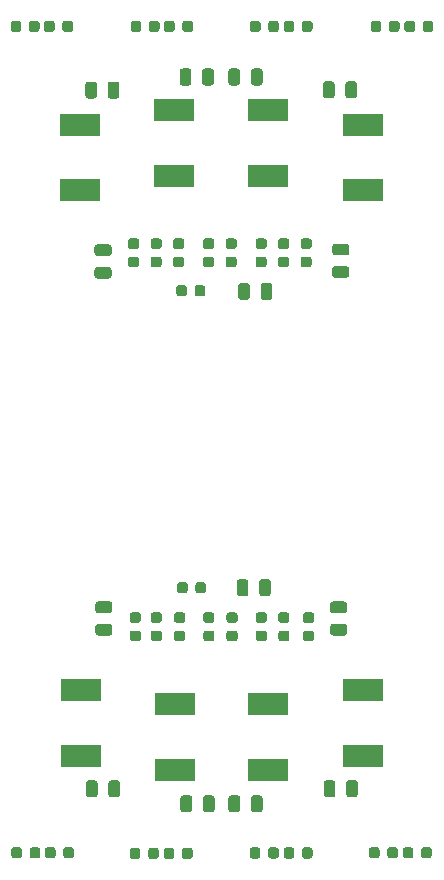
<source format=gbr>
%TF.GenerationSoftware,KiCad,Pcbnew,(5.1.9)-1*%
%TF.CreationDate,2021-06-18T12:17:44+07:00*%
%TF.ProjectId,TAS6424,54415336-3432-4342-9e6b-696361645f70,2*%
%TF.SameCoordinates,Original*%
%TF.FileFunction,Paste,Bot*%
%TF.FilePolarity,Positive*%
%FSLAX46Y46*%
G04 Gerber Fmt 4.6, Leading zero omitted, Abs format (unit mm)*
G04 Created by KiCad (PCBNEW (5.1.9)-1) date 2021-06-18 12:17:44*
%MOMM*%
%LPD*%
G01*
G04 APERTURE LIST*
%ADD10R,3.400001X1.850000*%
G04 APERTURE END LIST*
%TO.C,C45*%
G36*
G01*
X105780500Y-65311000D02*
X105780500Y-66261000D01*
G75*
G02*
X105530500Y-66511000I-250000J0D01*
G01*
X105030500Y-66511000D01*
G75*
G02*
X104780500Y-66261000I0J250000D01*
G01*
X104780500Y-65311000D01*
G75*
G02*
X105030500Y-65061000I250000J0D01*
G01*
X105530500Y-65061000D01*
G75*
G02*
X105780500Y-65311000I0J-250000D01*
G01*
G37*
G36*
G01*
X103880500Y-65311000D02*
X103880500Y-66261000D01*
G75*
G02*
X103630500Y-66511000I-250000J0D01*
G01*
X103130500Y-66511000D01*
G75*
G02*
X102880500Y-66261000I0J250000D01*
G01*
X102880500Y-65311000D01*
G75*
G02*
X103130500Y-65061000I250000J0D01*
G01*
X103630500Y-65061000D01*
G75*
G02*
X103880500Y-65311000I0J-250000D01*
G01*
G37*
%TD*%
%TO.C,C23*%
G36*
G01*
X95104700Y-81895400D02*
X94604700Y-81895400D01*
G75*
G02*
X94379700Y-81670400I0J225000D01*
G01*
X94379700Y-81220400D01*
G75*
G02*
X94604700Y-80995400I225000J0D01*
G01*
X95104700Y-80995400D01*
G75*
G02*
X95329700Y-81220400I0J-225000D01*
G01*
X95329700Y-81670400D01*
G75*
G02*
X95104700Y-81895400I-225000J0D01*
G01*
G37*
G36*
G01*
X95104700Y-80345400D02*
X94604700Y-80345400D01*
G75*
G02*
X94379700Y-80120400I0J225000D01*
G01*
X94379700Y-79670400D01*
G75*
G02*
X94604700Y-79445400I225000J0D01*
G01*
X95104700Y-79445400D01*
G75*
G02*
X95329700Y-79670400I0J-225000D01*
G01*
X95329700Y-80120400D01*
G75*
G02*
X95104700Y-80345400I-225000J0D01*
G01*
G37*
%TD*%
%TO.C,C24*%
G36*
G01*
X96509700Y-79445400D02*
X97009700Y-79445400D01*
G75*
G02*
X97234700Y-79670400I0J-225000D01*
G01*
X97234700Y-80120400D01*
G75*
G02*
X97009700Y-80345400I-225000J0D01*
G01*
X96509700Y-80345400D01*
G75*
G02*
X96284700Y-80120400I0J225000D01*
G01*
X96284700Y-79670400D01*
G75*
G02*
X96509700Y-79445400I225000J0D01*
G01*
G37*
G36*
G01*
X96509700Y-80995400D02*
X97009700Y-80995400D01*
G75*
G02*
X97234700Y-81220400I0J-225000D01*
G01*
X97234700Y-81670400D01*
G75*
G02*
X97009700Y-81895400I-225000J0D01*
G01*
X96509700Y-81895400D01*
G75*
G02*
X96284700Y-81670400I0J225000D01*
G01*
X96284700Y-81220400D01*
G75*
G02*
X96509700Y-80995400I225000J0D01*
G01*
G37*
%TD*%
%TO.C,C25*%
G36*
G01*
X98914700Y-81895400D02*
X98414700Y-81895400D01*
G75*
G02*
X98189700Y-81670400I0J225000D01*
G01*
X98189700Y-81220400D01*
G75*
G02*
X98414700Y-80995400I225000J0D01*
G01*
X98914700Y-80995400D01*
G75*
G02*
X99139700Y-81220400I0J-225000D01*
G01*
X99139700Y-81670400D01*
G75*
G02*
X98914700Y-81895400I-225000J0D01*
G01*
G37*
G36*
G01*
X98914700Y-80345400D02*
X98414700Y-80345400D01*
G75*
G02*
X98189700Y-80120400I0J225000D01*
G01*
X98189700Y-79670400D01*
G75*
G02*
X98414700Y-79445400I225000J0D01*
G01*
X98914700Y-79445400D01*
G75*
G02*
X99139700Y-79670400I0J-225000D01*
G01*
X99139700Y-80120400D01*
G75*
G02*
X98914700Y-80345400I-225000J0D01*
G01*
G37*
%TD*%
%TO.C,C26*%
G36*
G01*
X100954700Y-79445400D02*
X101454700Y-79445400D01*
G75*
G02*
X101679700Y-79670400I0J-225000D01*
G01*
X101679700Y-80120400D01*
G75*
G02*
X101454700Y-80345400I-225000J0D01*
G01*
X100954700Y-80345400D01*
G75*
G02*
X100729700Y-80120400I0J225000D01*
G01*
X100729700Y-79670400D01*
G75*
G02*
X100954700Y-79445400I225000J0D01*
G01*
G37*
G36*
G01*
X100954700Y-80995400D02*
X101454700Y-80995400D01*
G75*
G02*
X101679700Y-81220400I0J-225000D01*
G01*
X101679700Y-81670400D01*
G75*
G02*
X101454700Y-81895400I-225000J0D01*
G01*
X100954700Y-81895400D01*
G75*
G02*
X100729700Y-81670400I0J225000D01*
G01*
X100729700Y-81220400D01*
G75*
G02*
X100954700Y-80995400I225000J0D01*
G01*
G37*
%TD*%
%TO.C,C27*%
G36*
G01*
X103359700Y-81895400D02*
X102859700Y-81895400D01*
G75*
G02*
X102634700Y-81670400I0J225000D01*
G01*
X102634700Y-81220400D01*
G75*
G02*
X102859700Y-80995400I225000J0D01*
G01*
X103359700Y-80995400D01*
G75*
G02*
X103584700Y-81220400I0J-225000D01*
G01*
X103584700Y-81670400D01*
G75*
G02*
X103359700Y-81895400I-225000J0D01*
G01*
G37*
G36*
G01*
X103359700Y-80345400D02*
X102859700Y-80345400D01*
G75*
G02*
X102634700Y-80120400I0J225000D01*
G01*
X102634700Y-79670400D01*
G75*
G02*
X102859700Y-79445400I225000J0D01*
G01*
X103359700Y-79445400D01*
G75*
G02*
X103584700Y-79670400I0J-225000D01*
G01*
X103584700Y-80120400D01*
G75*
G02*
X103359700Y-80345400I-225000J0D01*
G01*
G37*
%TD*%
%TO.C,C28*%
G36*
G01*
X105399700Y-79445400D02*
X105899700Y-79445400D01*
G75*
G02*
X106124700Y-79670400I0J-225000D01*
G01*
X106124700Y-80120400D01*
G75*
G02*
X105899700Y-80345400I-225000J0D01*
G01*
X105399700Y-80345400D01*
G75*
G02*
X105174700Y-80120400I0J225000D01*
G01*
X105174700Y-79670400D01*
G75*
G02*
X105399700Y-79445400I225000J0D01*
G01*
G37*
G36*
G01*
X105399700Y-80995400D02*
X105899700Y-80995400D01*
G75*
G02*
X106124700Y-81220400I0J-225000D01*
G01*
X106124700Y-81670400D01*
G75*
G02*
X105899700Y-81895400I-225000J0D01*
G01*
X105399700Y-81895400D01*
G75*
G02*
X105174700Y-81670400I0J225000D01*
G01*
X105174700Y-81220400D01*
G75*
G02*
X105399700Y-80995400I225000J0D01*
G01*
G37*
%TD*%
%TO.C,C29*%
G36*
G01*
X107804700Y-81895400D02*
X107304700Y-81895400D01*
G75*
G02*
X107079700Y-81670400I0J225000D01*
G01*
X107079700Y-81220400D01*
G75*
G02*
X107304700Y-80995400I225000J0D01*
G01*
X107804700Y-80995400D01*
G75*
G02*
X108029700Y-81220400I0J-225000D01*
G01*
X108029700Y-81670400D01*
G75*
G02*
X107804700Y-81895400I-225000J0D01*
G01*
G37*
G36*
G01*
X107804700Y-80345400D02*
X107304700Y-80345400D01*
G75*
G02*
X107079700Y-80120400I0J225000D01*
G01*
X107079700Y-79670400D01*
G75*
G02*
X107304700Y-79445400I225000J0D01*
G01*
X107804700Y-79445400D01*
G75*
G02*
X108029700Y-79670400I0J-225000D01*
G01*
X108029700Y-80120400D01*
G75*
G02*
X107804700Y-80345400I-225000J0D01*
G01*
G37*
%TD*%
%TO.C,C30*%
G36*
G01*
X109209700Y-79445400D02*
X109709700Y-79445400D01*
G75*
G02*
X109934700Y-79670400I0J-225000D01*
G01*
X109934700Y-80120400D01*
G75*
G02*
X109709700Y-80345400I-225000J0D01*
G01*
X109209700Y-80345400D01*
G75*
G02*
X108984700Y-80120400I0J225000D01*
G01*
X108984700Y-79670400D01*
G75*
G02*
X109209700Y-79445400I225000J0D01*
G01*
G37*
G36*
G01*
X109209700Y-80995400D02*
X109709700Y-80995400D01*
G75*
G02*
X109934700Y-81220400I0J-225000D01*
G01*
X109934700Y-81670400D01*
G75*
G02*
X109709700Y-81895400I-225000J0D01*
G01*
X109209700Y-81895400D01*
G75*
G02*
X108984700Y-81670400I0J225000D01*
G01*
X108984700Y-81220400D01*
G75*
G02*
X109209700Y-80995400I225000J0D01*
G01*
G37*
%TD*%
%TO.C,C33*%
G36*
G01*
X100920000Y-83633500D02*
X100920000Y-84133500D01*
G75*
G02*
X100695000Y-84358500I-225000J0D01*
G01*
X100245000Y-84358500D01*
G75*
G02*
X100020000Y-84133500I0J225000D01*
G01*
X100020000Y-83633500D01*
G75*
G02*
X100245000Y-83408500I225000J0D01*
G01*
X100695000Y-83408500D01*
G75*
G02*
X100920000Y-83633500I0J-225000D01*
G01*
G37*
G36*
G01*
X99370000Y-83633500D02*
X99370000Y-84133500D01*
G75*
G02*
X99145000Y-84358500I-225000J0D01*
G01*
X98695000Y-84358500D01*
G75*
G02*
X98470000Y-84133500I0J225000D01*
G01*
X98470000Y-83633500D01*
G75*
G02*
X98695000Y-83408500I225000J0D01*
G01*
X99145000Y-83408500D01*
G75*
G02*
X99370000Y-83633500I0J-225000D01*
G01*
G37*
%TD*%
%TO.C,C36*%
G36*
G01*
X91790500Y-79957000D02*
X92740500Y-79957000D01*
G75*
G02*
X92990500Y-80207000I0J-250000D01*
G01*
X92990500Y-80707000D01*
G75*
G02*
X92740500Y-80957000I-250000J0D01*
G01*
X91790500Y-80957000D01*
G75*
G02*
X91540500Y-80707000I0J250000D01*
G01*
X91540500Y-80207000D01*
G75*
G02*
X91790500Y-79957000I250000J0D01*
G01*
G37*
G36*
G01*
X91790500Y-81857000D02*
X92740500Y-81857000D01*
G75*
G02*
X92990500Y-82107000I0J-250000D01*
G01*
X92990500Y-82607000D01*
G75*
G02*
X92740500Y-82857000I-250000J0D01*
G01*
X91790500Y-82857000D01*
G75*
G02*
X91540500Y-82607000I0J250000D01*
G01*
X91540500Y-82107000D01*
G75*
G02*
X91790500Y-81857000I250000J0D01*
G01*
G37*
%TD*%
%TO.C,C37*%
G36*
G01*
X103706000Y-84422000D02*
X103706000Y-83472000D01*
G75*
G02*
X103956000Y-83222000I250000J0D01*
G01*
X104456000Y-83222000D01*
G75*
G02*
X104706000Y-83472000I0J-250000D01*
G01*
X104706000Y-84422000D01*
G75*
G02*
X104456000Y-84672000I-250000J0D01*
G01*
X103956000Y-84672000D01*
G75*
G02*
X103706000Y-84422000I0J250000D01*
G01*
G37*
G36*
G01*
X105606000Y-84422000D02*
X105606000Y-83472000D01*
G75*
G02*
X105856000Y-83222000I250000J0D01*
G01*
X106356000Y-83222000D01*
G75*
G02*
X106606000Y-83472000I0J-250000D01*
G01*
X106606000Y-84422000D01*
G75*
G02*
X106356000Y-84672000I-250000J0D01*
G01*
X105856000Y-84672000D01*
G75*
G02*
X105606000Y-84422000I0J250000D01*
G01*
G37*
%TD*%
%TO.C,C38*%
G36*
G01*
X111920000Y-79893500D02*
X112870000Y-79893500D01*
G75*
G02*
X113120000Y-80143500I0J-250000D01*
G01*
X113120000Y-80643500D01*
G75*
G02*
X112870000Y-80893500I-250000J0D01*
G01*
X111920000Y-80893500D01*
G75*
G02*
X111670000Y-80643500I0J250000D01*
G01*
X111670000Y-80143500D01*
G75*
G02*
X111920000Y-79893500I250000J0D01*
G01*
G37*
G36*
G01*
X111920000Y-81793500D02*
X112870000Y-81793500D01*
G75*
G02*
X113120000Y-82043500I0J-250000D01*
G01*
X113120000Y-82543500D01*
G75*
G02*
X112870000Y-82793500I-250000J0D01*
G01*
X111920000Y-82793500D01*
G75*
G02*
X111670000Y-82543500I0J250000D01*
G01*
X111670000Y-82043500D01*
G75*
G02*
X111920000Y-81793500I250000J0D01*
G01*
G37*
%TD*%
%TO.C,C39*%
G36*
G01*
X90752000Y-67365900D02*
X90752000Y-66415900D01*
G75*
G02*
X91002000Y-66165900I250000J0D01*
G01*
X91502000Y-66165900D01*
G75*
G02*
X91752000Y-66415900I0J-250000D01*
G01*
X91752000Y-67365900D01*
G75*
G02*
X91502000Y-67615900I-250000J0D01*
G01*
X91002000Y-67615900D01*
G75*
G02*
X90752000Y-67365900I0J250000D01*
G01*
G37*
G36*
G01*
X92652000Y-67365900D02*
X92652000Y-66415900D01*
G75*
G02*
X92902000Y-66165900I250000J0D01*
G01*
X93402000Y-66165900D01*
G75*
G02*
X93652000Y-66415900I0J-250000D01*
G01*
X93652000Y-67365900D01*
G75*
G02*
X93402000Y-67615900I-250000J0D01*
G01*
X92902000Y-67615900D01*
G75*
G02*
X92652000Y-67365900I0J250000D01*
G01*
G37*
%TD*%
%TO.C,C40*%
G36*
G01*
X101653000Y-65311000D02*
X101653000Y-66261000D01*
G75*
G02*
X101403000Y-66511000I-250000J0D01*
G01*
X100903000Y-66511000D01*
G75*
G02*
X100653000Y-66261000I0J250000D01*
G01*
X100653000Y-65311000D01*
G75*
G02*
X100903000Y-65061000I250000J0D01*
G01*
X101403000Y-65061000D01*
G75*
G02*
X101653000Y-65311000I0J-250000D01*
G01*
G37*
G36*
G01*
X99753000Y-65311000D02*
X99753000Y-66261000D01*
G75*
G02*
X99503000Y-66511000I-250000J0D01*
G01*
X99003000Y-66511000D01*
G75*
G02*
X98753000Y-66261000I0J250000D01*
G01*
X98753000Y-65311000D01*
G75*
G02*
X99003000Y-65061000I250000J0D01*
G01*
X99503000Y-65061000D01*
G75*
G02*
X99753000Y-65311000I0J-250000D01*
G01*
G37*
%TD*%
%TO.C,C46*%
G36*
G01*
X110881500Y-67340500D02*
X110881500Y-66390500D01*
G75*
G02*
X111131500Y-66140500I250000J0D01*
G01*
X111631500Y-66140500D01*
G75*
G02*
X111881500Y-66390500I0J-250000D01*
G01*
X111881500Y-67340500D01*
G75*
G02*
X111631500Y-67590500I-250000J0D01*
G01*
X111131500Y-67590500D01*
G75*
G02*
X110881500Y-67340500I0J250000D01*
G01*
G37*
G36*
G01*
X112781500Y-67340500D02*
X112781500Y-66390500D01*
G75*
G02*
X113031500Y-66140500I250000J0D01*
G01*
X113531500Y-66140500D01*
G75*
G02*
X113781500Y-66390500I0J-250000D01*
G01*
X113781500Y-67340500D01*
G75*
G02*
X113531500Y-67590500I-250000J0D01*
G01*
X113031500Y-67590500D01*
G75*
G02*
X112781500Y-67340500I0J250000D01*
G01*
G37*
%TD*%
%TO.C,C47*%
G36*
G01*
X84436500Y-61756100D02*
X84436500Y-61256100D01*
G75*
G02*
X84661500Y-61031100I225000J0D01*
G01*
X85111500Y-61031100D01*
G75*
G02*
X85336500Y-61256100I0J-225000D01*
G01*
X85336500Y-61756100D01*
G75*
G02*
X85111500Y-61981100I-225000J0D01*
G01*
X84661500Y-61981100D01*
G75*
G02*
X84436500Y-61756100I0J225000D01*
G01*
G37*
G36*
G01*
X85986500Y-61756100D02*
X85986500Y-61256100D01*
G75*
G02*
X86211500Y-61031100I225000J0D01*
G01*
X86661500Y-61031100D01*
G75*
G02*
X86886500Y-61256100I0J-225000D01*
G01*
X86886500Y-61756100D01*
G75*
G02*
X86661500Y-61981100I-225000J0D01*
G01*
X86211500Y-61981100D01*
G75*
G02*
X85986500Y-61756100I0J225000D01*
G01*
G37*
%TD*%
%TO.C,C48*%
G36*
G01*
X87268600Y-61756100D02*
X87268600Y-61256100D01*
G75*
G02*
X87493600Y-61031100I225000J0D01*
G01*
X87943600Y-61031100D01*
G75*
G02*
X88168600Y-61256100I0J-225000D01*
G01*
X88168600Y-61756100D01*
G75*
G02*
X87943600Y-61981100I-225000J0D01*
G01*
X87493600Y-61981100D01*
G75*
G02*
X87268600Y-61756100I0J225000D01*
G01*
G37*
G36*
G01*
X88818600Y-61756100D02*
X88818600Y-61256100D01*
G75*
G02*
X89043600Y-61031100I225000J0D01*
G01*
X89493600Y-61031100D01*
G75*
G02*
X89718600Y-61256100I0J-225000D01*
G01*
X89718600Y-61756100D01*
G75*
G02*
X89493600Y-61981100I-225000J0D01*
G01*
X89043600Y-61981100D01*
G75*
G02*
X88818600Y-61756100I0J225000D01*
G01*
G37*
%TD*%
%TO.C,C49*%
G36*
G01*
X94596500Y-61756100D02*
X94596500Y-61256100D01*
G75*
G02*
X94821500Y-61031100I225000J0D01*
G01*
X95271500Y-61031100D01*
G75*
G02*
X95496500Y-61256100I0J-225000D01*
G01*
X95496500Y-61756100D01*
G75*
G02*
X95271500Y-61981100I-225000J0D01*
G01*
X94821500Y-61981100D01*
G75*
G02*
X94596500Y-61756100I0J225000D01*
G01*
G37*
G36*
G01*
X96146500Y-61756100D02*
X96146500Y-61256100D01*
G75*
G02*
X96371500Y-61031100I225000J0D01*
G01*
X96821500Y-61031100D01*
G75*
G02*
X97046500Y-61256100I0J-225000D01*
G01*
X97046500Y-61756100D01*
G75*
G02*
X96821500Y-61981100I-225000J0D01*
G01*
X96371500Y-61981100D01*
G75*
G02*
X96146500Y-61756100I0J225000D01*
G01*
G37*
%TD*%
%TO.C,C50*%
G36*
G01*
X97428600Y-61756100D02*
X97428600Y-61256100D01*
G75*
G02*
X97653600Y-61031100I225000J0D01*
G01*
X98103600Y-61031100D01*
G75*
G02*
X98328600Y-61256100I0J-225000D01*
G01*
X98328600Y-61756100D01*
G75*
G02*
X98103600Y-61981100I-225000J0D01*
G01*
X97653600Y-61981100D01*
G75*
G02*
X97428600Y-61756100I0J225000D01*
G01*
G37*
G36*
G01*
X98978600Y-61756100D02*
X98978600Y-61256100D01*
G75*
G02*
X99203600Y-61031100I225000J0D01*
G01*
X99653600Y-61031100D01*
G75*
G02*
X99878600Y-61256100I0J-225000D01*
G01*
X99878600Y-61756100D01*
G75*
G02*
X99653600Y-61981100I-225000J0D01*
G01*
X99203600Y-61981100D01*
G75*
G02*
X98978600Y-61756100I0J225000D01*
G01*
G37*
%TD*%
%TO.C,C51*%
G36*
G01*
X104704100Y-61756100D02*
X104704100Y-61256100D01*
G75*
G02*
X104929100Y-61031100I225000J0D01*
G01*
X105379100Y-61031100D01*
G75*
G02*
X105604100Y-61256100I0J-225000D01*
G01*
X105604100Y-61756100D01*
G75*
G02*
X105379100Y-61981100I-225000J0D01*
G01*
X104929100Y-61981100D01*
G75*
G02*
X104704100Y-61756100I0J225000D01*
G01*
G37*
G36*
G01*
X106254100Y-61756100D02*
X106254100Y-61256100D01*
G75*
G02*
X106479100Y-61031100I225000J0D01*
G01*
X106929100Y-61031100D01*
G75*
G02*
X107154100Y-61256100I0J-225000D01*
G01*
X107154100Y-61756100D01*
G75*
G02*
X106929100Y-61981100I-225000J0D01*
G01*
X106479100Y-61981100D01*
G75*
G02*
X106254100Y-61756100I0J225000D01*
G01*
G37*
%TD*%
%TO.C,C52*%
G36*
G01*
X107550500Y-61756100D02*
X107550500Y-61256100D01*
G75*
G02*
X107775500Y-61031100I225000J0D01*
G01*
X108225500Y-61031100D01*
G75*
G02*
X108450500Y-61256100I0J-225000D01*
G01*
X108450500Y-61756100D01*
G75*
G02*
X108225500Y-61981100I-225000J0D01*
G01*
X107775500Y-61981100D01*
G75*
G02*
X107550500Y-61756100I0J225000D01*
G01*
G37*
G36*
G01*
X109100500Y-61756100D02*
X109100500Y-61256100D01*
G75*
G02*
X109325500Y-61031100I225000J0D01*
G01*
X109775500Y-61031100D01*
G75*
G02*
X110000500Y-61256100I0J-225000D01*
G01*
X110000500Y-61756100D01*
G75*
G02*
X109775500Y-61981100I-225000J0D01*
G01*
X109325500Y-61981100D01*
G75*
G02*
X109100500Y-61756100I0J225000D01*
G01*
G37*
%TD*%
%TO.C,C53*%
G36*
G01*
X114916500Y-61756100D02*
X114916500Y-61256100D01*
G75*
G02*
X115141500Y-61031100I225000J0D01*
G01*
X115591500Y-61031100D01*
G75*
G02*
X115816500Y-61256100I0J-225000D01*
G01*
X115816500Y-61756100D01*
G75*
G02*
X115591500Y-61981100I-225000J0D01*
G01*
X115141500Y-61981100D01*
G75*
G02*
X114916500Y-61756100I0J225000D01*
G01*
G37*
G36*
G01*
X116466500Y-61756100D02*
X116466500Y-61256100D01*
G75*
G02*
X116691500Y-61031100I225000J0D01*
G01*
X117141500Y-61031100D01*
G75*
G02*
X117366500Y-61256100I0J-225000D01*
G01*
X117366500Y-61756100D01*
G75*
G02*
X117141500Y-61981100I-225000J0D01*
G01*
X116691500Y-61981100D01*
G75*
G02*
X116466500Y-61756100I0J225000D01*
G01*
G37*
%TD*%
%TO.C,C54*%
G36*
G01*
X117785100Y-61756100D02*
X117785100Y-61256100D01*
G75*
G02*
X118010100Y-61031100I225000J0D01*
G01*
X118460100Y-61031100D01*
G75*
G02*
X118685100Y-61256100I0J-225000D01*
G01*
X118685100Y-61756100D01*
G75*
G02*
X118460100Y-61981100I-225000J0D01*
G01*
X118010100Y-61981100D01*
G75*
G02*
X117785100Y-61756100I0J225000D01*
G01*
G37*
G36*
G01*
X119335100Y-61756100D02*
X119335100Y-61256100D01*
G75*
G02*
X119560100Y-61031100I225000J0D01*
G01*
X120010100Y-61031100D01*
G75*
G02*
X120235100Y-61256100I0J-225000D01*
G01*
X120235100Y-61756100D01*
G75*
G02*
X120010100Y-61981100I-225000J0D01*
G01*
X119560100Y-61981100D01*
G75*
G02*
X119335100Y-61756100I0J225000D01*
G01*
G37*
%TD*%
%TO.C,C65*%
G36*
G01*
X109412900Y-111106500D02*
X109912900Y-111106500D01*
G75*
G02*
X110137900Y-111331500I0J-225000D01*
G01*
X110137900Y-111781500D01*
G75*
G02*
X109912900Y-112006500I-225000J0D01*
G01*
X109412900Y-112006500D01*
G75*
G02*
X109187900Y-111781500I0J225000D01*
G01*
X109187900Y-111331500D01*
G75*
G02*
X109412900Y-111106500I225000J0D01*
G01*
G37*
G36*
G01*
X109412900Y-112656500D02*
X109912900Y-112656500D01*
G75*
G02*
X110137900Y-112881500I0J-225000D01*
G01*
X110137900Y-113331500D01*
G75*
G02*
X109912900Y-113556500I-225000J0D01*
G01*
X109412900Y-113556500D01*
G75*
G02*
X109187900Y-113331500I0J225000D01*
G01*
X109187900Y-112881500D01*
G75*
G02*
X109412900Y-112656500I225000J0D01*
G01*
G37*
%TD*%
%TO.C,C66*%
G36*
G01*
X107819000Y-113556500D02*
X107319000Y-113556500D01*
G75*
G02*
X107094000Y-113331500I0J225000D01*
G01*
X107094000Y-112881500D01*
G75*
G02*
X107319000Y-112656500I225000J0D01*
G01*
X107819000Y-112656500D01*
G75*
G02*
X108044000Y-112881500I0J-225000D01*
G01*
X108044000Y-113331500D01*
G75*
G02*
X107819000Y-113556500I-225000J0D01*
G01*
G37*
G36*
G01*
X107819000Y-112006500D02*
X107319000Y-112006500D01*
G75*
G02*
X107094000Y-111781500I0J225000D01*
G01*
X107094000Y-111331500D01*
G75*
G02*
X107319000Y-111106500I225000J0D01*
G01*
X107819000Y-111106500D01*
G75*
G02*
X108044000Y-111331500I0J-225000D01*
G01*
X108044000Y-111781500D01*
G75*
G02*
X107819000Y-112006500I-225000J0D01*
G01*
G37*
%TD*%
%TO.C,C67*%
G36*
G01*
X105414000Y-111106500D02*
X105914000Y-111106500D01*
G75*
G02*
X106139000Y-111331500I0J-225000D01*
G01*
X106139000Y-111781500D01*
G75*
G02*
X105914000Y-112006500I-225000J0D01*
G01*
X105414000Y-112006500D01*
G75*
G02*
X105189000Y-111781500I0J225000D01*
G01*
X105189000Y-111331500D01*
G75*
G02*
X105414000Y-111106500I225000J0D01*
G01*
G37*
G36*
G01*
X105414000Y-112656500D02*
X105914000Y-112656500D01*
G75*
G02*
X106139000Y-112881500I0J-225000D01*
G01*
X106139000Y-113331500D01*
G75*
G02*
X105914000Y-113556500I-225000J0D01*
G01*
X105414000Y-113556500D01*
G75*
G02*
X105189000Y-113331500I0J225000D01*
G01*
X105189000Y-112881500D01*
G75*
G02*
X105414000Y-112656500I225000J0D01*
G01*
G37*
%TD*%
%TO.C,C68*%
G36*
G01*
X103437500Y-113556500D02*
X102937500Y-113556500D01*
G75*
G02*
X102712500Y-113331500I0J225000D01*
G01*
X102712500Y-112881500D01*
G75*
G02*
X102937500Y-112656500I225000J0D01*
G01*
X103437500Y-112656500D01*
G75*
G02*
X103662500Y-112881500I0J-225000D01*
G01*
X103662500Y-113331500D01*
G75*
G02*
X103437500Y-113556500I-225000J0D01*
G01*
G37*
G36*
G01*
X103437500Y-112006500D02*
X102937500Y-112006500D01*
G75*
G02*
X102712500Y-111781500I0J225000D01*
G01*
X102712500Y-111331500D01*
G75*
G02*
X102937500Y-111106500I225000J0D01*
G01*
X103437500Y-111106500D01*
G75*
G02*
X103662500Y-111331500I0J-225000D01*
G01*
X103662500Y-111781500D01*
G75*
G02*
X103437500Y-112006500I-225000J0D01*
G01*
G37*
%TD*%
%TO.C,C69*%
G36*
G01*
X100969000Y-111106500D02*
X101469000Y-111106500D01*
G75*
G02*
X101694000Y-111331500I0J-225000D01*
G01*
X101694000Y-111781500D01*
G75*
G02*
X101469000Y-112006500I-225000J0D01*
G01*
X100969000Y-112006500D01*
G75*
G02*
X100744000Y-111781500I0J225000D01*
G01*
X100744000Y-111331500D01*
G75*
G02*
X100969000Y-111106500I225000J0D01*
G01*
G37*
G36*
G01*
X100969000Y-112656500D02*
X101469000Y-112656500D01*
G75*
G02*
X101694000Y-112881500I0J-225000D01*
G01*
X101694000Y-113331500D01*
G75*
G02*
X101469000Y-113556500I-225000J0D01*
G01*
X100969000Y-113556500D01*
G75*
G02*
X100744000Y-113331500I0J225000D01*
G01*
X100744000Y-112881500D01*
G75*
G02*
X100969000Y-112656500I225000J0D01*
G01*
G37*
%TD*%
%TO.C,C70*%
G36*
G01*
X98992500Y-113556500D02*
X98492500Y-113556500D01*
G75*
G02*
X98267500Y-113331500I0J225000D01*
G01*
X98267500Y-112881500D01*
G75*
G02*
X98492500Y-112656500I225000J0D01*
G01*
X98992500Y-112656500D01*
G75*
G02*
X99217500Y-112881500I0J-225000D01*
G01*
X99217500Y-113331500D01*
G75*
G02*
X98992500Y-113556500I-225000J0D01*
G01*
G37*
G36*
G01*
X98992500Y-112006500D02*
X98492500Y-112006500D01*
G75*
G02*
X98267500Y-111781500I0J225000D01*
G01*
X98267500Y-111331500D01*
G75*
G02*
X98492500Y-111106500I225000J0D01*
G01*
X98992500Y-111106500D01*
G75*
G02*
X99217500Y-111331500I0J-225000D01*
G01*
X99217500Y-111781500D01*
G75*
G02*
X98992500Y-112006500I-225000J0D01*
G01*
G37*
%TD*%
%TO.C,C71*%
G36*
G01*
X96524000Y-111106500D02*
X97024000Y-111106500D01*
G75*
G02*
X97249000Y-111331500I0J-225000D01*
G01*
X97249000Y-111781500D01*
G75*
G02*
X97024000Y-112006500I-225000J0D01*
G01*
X96524000Y-112006500D01*
G75*
G02*
X96299000Y-111781500I0J225000D01*
G01*
X96299000Y-111331500D01*
G75*
G02*
X96524000Y-111106500I225000J0D01*
G01*
G37*
G36*
G01*
X96524000Y-112656500D02*
X97024000Y-112656500D01*
G75*
G02*
X97249000Y-112881500I0J-225000D01*
G01*
X97249000Y-113331500D01*
G75*
G02*
X97024000Y-113556500I-225000J0D01*
G01*
X96524000Y-113556500D01*
G75*
G02*
X96299000Y-113331500I0J225000D01*
G01*
X96299000Y-112881500D01*
G75*
G02*
X96524000Y-112656500I225000J0D01*
G01*
G37*
%TD*%
%TO.C,C72*%
G36*
G01*
X95246000Y-113556500D02*
X94746000Y-113556500D01*
G75*
G02*
X94521000Y-113331500I0J225000D01*
G01*
X94521000Y-112881500D01*
G75*
G02*
X94746000Y-112656500I225000J0D01*
G01*
X95246000Y-112656500D01*
G75*
G02*
X95471000Y-112881500I0J-225000D01*
G01*
X95471000Y-113331500D01*
G75*
G02*
X95246000Y-113556500I-225000J0D01*
G01*
G37*
G36*
G01*
X95246000Y-112006500D02*
X94746000Y-112006500D01*
G75*
G02*
X94521000Y-111781500I0J225000D01*
G01*
X94521000Y-111331500D01*
G75*
G02*
X94746000Y-111106500I225000J0D01*
G01*
X95246000Y-111106500D01*
G75*
G02*
X95471000Y-111331500I0J-225000D01*
G01*
X95471000Y-111781500D01*
G75*
G02*
X95246000Y-112006500I-225000J0D01*
G01*
G37*
%TD*%
%TO.C,C74*%
G36*
G01*
X100983500Y-108779500D02*
X100983500Y-109279500D01*
G75*
G02*
X100758500Y-109504500I-225000J0D01*
G01*
X100308500Y-109504500D01*
G75*
G02*
X100083500Y-109279500I0J225000D01*
G01*
X100083500Y-108779500D01*
G75*
G02*
X100308500Y-108554500I225000J0D01*
G01*
X100758500Y-108554500D01*
G75*
G02*
X100983500Y-108779500I0J-225000D01*
G01*
G37*
G36*
G01*
X99433500Y-108779500D02*
X99433500Y-109279500D01*
G75*
G02*
X99208500Y-109504500I-225000J0D01*
G01*
X98758500Y-109504500D01*
G75*
G02*
X98533500Y-109279500I0J225000D01*
G01*
X98533500Y-108779500D01*
G75*
G02*
X98758500Y-108554500I225000J0D01*
G01*
X99208500Y-108554500D01*
G75*
G02*
X99433500Y-108779500I0J-225000D01*
G01*
G37*
%TD*%
%TO.C,C76*%
G36*
G01*
X112679500Y-113083000D02*
X111729500Y-113083000D01*
G75*
G02*
X111479500Y-112833000I0J250000D01*
G01*
X111479500Y-112333000D01*
G75*
G02*
X111729500Y-112083000I250000J0D01*
G01*
X112679500Y-112083000D01*
G75*
G02*
X112929500Y-112333000I0J-250000D01*
G01*
X112929500Y-112833000D01*
G75*
G02*
X112679500Y-113083000I-250000J0D01*
G01*
G37*
G36*
G01*
X112679500Y-111183000D02*
X111729500Y-111183000D01*
G75*
G02*
X111479500Y-110933000I0J250000D01*
G01*
X111479500Y-110433000D01*
G75*
G02*
X111729500Y-110183000I250000J0D01*
G01*
X112679500Y-110183000D01*
G75*
G02*
X112929500Y-110433000I0J-250000D01*
G01*
X112929500Y-110933000D01*
G75*
G02*
X112679500Y-111183000I-250000J0D01*
G01*
G37*
%TD*%
%TO.C,C77*%
G36*
G01*
X103579000Y-109504500D02*
X103579000Y-108554500D01*
G75*
G02*
X103829000Y-108304500I250000J0D01*
G01*
X104329000Y-108304500D01*
G75*
G02*
X104579000Y-108554500I0J-250000D01*
G01*
X104579000Y-109504500D01*
G75*
G02*
X104329000Y-109754500I-250000J0D01*
G01*
X103829000Y-109754500D01*
G75*
G02*
X103579000Y-109504500I0J250000D01*
G01*
G37*
G36*
G01*
X105479000Y-109504500D02*
X105479000Y-108554500D01*
G75*
G02*
X105729000Y-108304500I250000J0D01*
G01*
X106229000Y-108304500D01*
G75*
G02*
X106479000Y-108554500I0J-250000D01*
G01*
X106479000Y-109504500D01*
G75*
G02*
X106229000Y-109754500I-250000J0D01*
G01*
X105729000Y-109754500D01*
G75*
G02*
X105479000Y-109504500I0J250000D01*
G01*
G37*
%TD*%
%TO.C,C78*%
G36*
G01*
X92804000Y-113083000D02*
X91854000Y-113083000D01*
G75*
G02*
X91604000Y-112833000I0J250000D01*
G01*
X91604000Y-112333000D01*
G75*
G02*
X91854000Y-112083000I250000J0D01*
G01*
X92804000Y-112083000D01*
G75*
G02*
X93054000Y-112333000I0J-250000D01*
G01*
X93054000Y-112833000D01*
G75*
G02*
X92804000Y-113083000I-250000J0D01*
G01*
G37*
G36*
G01*
X92804000Y-111183000D02*
X91854000Y-111183000D01*
G75*
G02*
X91604000Y-110933000I0J250000D01*
G01*
X91604000Y-110433000D01*
G75*
G02*
X91854000Y-110183000I250000J0D01*
G01*
X92804000Y-110183000D01*
G75*
G02*
X93054000Y-110433000I0J-250000D01*
G01*
X93054000Y-110933000D01*
G75*
G02*
X92804000Y-111183000I-250000J0D01*
G01*
G37*
%TD*%
%TO.C,C79*%
G36*
G01*
X113845000Y-125572500D02*
X113845000Y-126522500D01*
G75*
G02*
X113595000Y-126772500I-250000J0D01*
G01*
X113095000Y-126772500D01*
G75*
G02*
X112845000Y-126522500I0J250000D01*
G01*
X112845000Y-125572500D01*
G75*
G02*
X113095000Y-125322500I250000J0D01*
G01*
X113595000Y-125322500D01*
G75*
G02*
X113845000Y-125572500I0J-250000D01*
G01*
G37*
G36*
G01*
X111945000Y-125572500D02*
X111945000Y-126522500D01*
G75*
G02*
X111695000Y-126772500I-250000J0D01*
G01*
X111195000Y-126772500D01*
G75*
G02*
X110945000Y-126522500I0J250000D01*
G01*
X110945000Y-125572500D01*
G75*
G02*
X111195000Y-125322500I250000J0D01*
G01*
X111695000Y-125322500D01*
G75*
G02*
X111945000Y-125572500I0J-250000D01*
G01*
G37*
%TD*%
%TO.C,C80*%
G36*
G01*
X102880500Y-127792500D02*
X102880500Y-126842500D01*
G75*
G02*
X103130500Y-126592500I250000J0D01*
G01*
X103630500Y-126592500D01*
G75*
G02*
X103880500Y-126842500I0J-250000D01*
G01*
X103880500Y-127792500D01*
G75*
G02*
X103630500Y-128042500I-250000J0D01*
G01*
X103130500Y-128042500D01*
G75*
G02*
X102880500Y-127792500I0J250000D01*
G01*
G37*
G36*
G01*
X104780500Y-127792500D02*
X104780500Y-126842500D01*
G75*
G02*
X105030500Y-126592500I250000J0D01*
G01*
X105530500Y-126592500D01*
G75*
G02*
X105780500Y-126842500I0J-250000D01*
G01*
X105780500Y-127792500D01*
G75*
G02*
X105530500Y-128042500I-250000J0D01*
G01*
X105030500Y-128042500D01*
G75*
G02*
X104780500Y-127792500I0J250000D01*
G01*
G37*
%TD*%
%TO.C,C85*%
G36*
G01*
X98816500Y-127792500D02*
X98816500Y-126842500D01*
G75*
G02*
X99066500Y-126592500I250000J0D01*
G01*
X99566500Y-126592500D01*
G75*
G02*
X99816500Y-126842500I0J-250000D01*
G01*
X99816500Y-127792500D01*
G75*
G02*
X99566500Y-128042500I-250000J0D01*
G01*
X99066500Y-128042500D01*
G75*
G02*
X98816500Y-127792500I0J250000D01*
G01*
G37*
G36*
G01*
X100716500Y-127792500D02*
X100716500Y-126842500D01*
G75*
G02*
X100966500Y-126592500I250000J0D01*
G01*
X101466500Y-126592500D01*
G75*
G02*
X101716500Y-126842500I0J-250000D01*
G01*
X101716500Y-127792500D01*
G75*
G02*
X101466500Y-128042500I-250000J0D01*
G01*
X100966500Y-128042500D01*
G75*
G02*
X100716500Y-127792500I0J250000D01*
G01*
G37*
%TD*%
%TO.C,C86*%
G36*
G01*
X93715500Y-125572500D02*
X93715500Y-126522500D01*
G75*
G02*
X93465500Y-126772500I-250000J0D01*
G01*
X92965500Y-126772500D01*
G75*
G02*
X92715500Y-126522500I0J250000D01*
G01*
X92715500Y-125572500D01*
G75*
G02*
X92965500Y-125322500I250000J0D01*
G01*
X93465500Y-125322500D01*
G75*
G02*
X93715500Y-125572500I0J-250000D01*
G01*
G37*
G36*
G01*
X91815500Y-125572500D02*
X91815500Y-126522500D01*
G75*
G02*
X91565500Y-126772500I-250000J0D01*
G01*
X91065500Y-126772500D01*
G75*
G02*
X90815500Y-126522500I0J250000D01*
G01*
X90815500Y-125572500D01*
G75*
G02*
X91065500Y-125322500I250000J0D01*
G01*
X91565500Y-125322500D01*
G75*
G02*
X91815500Y-125572500I0J-250000D01*
G01*
G37*
%TD*%
%TO.C,C87*%
G36*
G01*
X120097000Y-131220400D02*
X120097000Y-131720400D01*
G75*
G02*
X119872000Y-131945400I-225000J0D01*
G01*
X119422000Y-131945400D01*
G75*
G02*
X119197000Y-131720400I0J225000D01*
G01*
X119197000Y-131220400D01*
G75*
G02*
X119422000Y-130995400I225000J0D01*
G01*
X119872000Y-130995400D01*
G75*
G02*
X120097000Y-131220400I0J-225000D01*
G01*
G37*
G36*
G01*
X118547000Y-131220400D02*
X118547000Y-131720400D01*
G75*
G02*
X118322000Y-131945400I-225000J0D01*
G01*
X117872000Y-131945400D01*
G75*
G02*
X117647000Y-131720400I0J225000D01*
G01*
X117647000Y-131220400D01*
G75*
G02*
X117872000Y-130995400I225000J0D01*
G01*
X118322000Y-130995400D01*
G75*
G02*
X118547000Y-131220400I0J-225000D01*
G01*
G37*
%TD*%
%TO.C,C88*%
G36*
G01*
X117225200Y-131220400D02*
X117225200Y-131720400D01*
G75*
G02*
X117000200Y-131945400I-225000J0D01*
G01*
X116550200Y-131945400D01*
G75*
G02*
X116325200Y-131720400I0J225000D01*
G01*
X116325200Y-131220400D01*
G75*
G02*
X116550200Y-130995400I225000J0D01*
G01*
X117000200Y-130995400D01*
G75*
G02*
X117225200Y-131220400I0J-225000D01*
G01*
G37*
G36*
G01*
X115675200Y-131220400D02*
X115675200Y-131720400D01*
G75*
G02*
X115450200Y-131945400I-225000J0D01*
G01*
X115000200Y-131945400D01*
G75*
G02*
X114775200Y-131720400I0J225000D01*
G01*
X114775200Y-131220400D01*
G75*
G02*
X115000200Y-130995400I225000J0D01*
G01*
X115450200Y-130995400D01*
G75*
G02*
X115675200Y-131220400I0J-225000D01*
G01*
G37*
%TD*%
%TO.C,C89*%
G36*
G01*
X110000500Y-131233100D02*
X110000500Y-131733100D01*
G75*
G02*
X109775500Y-131958100I-225000J0D01*
G01*
X109325500Y-131958100D01*
G75*
G02*
X109100500Y-131733100I0J225000D01*
G01*
X109100500Y-131233100D01*
G75*
G02*
X109325500Y-131008100I225000J0D01*
G01*
X109775500Y-131008100D01*
G75*
G02*
X110000500Y-131233100I0J-225000D01*
G01*
G37*
G36*
G01*
X108450500Y-131233100D02*
X108450500Y-131733100D01*
G75*
G02*
X108225500Y-131958100I-225000J0D01*
G01*
X107775500Y-131958100D01*
G75*
G02*
X107550500Y-131733100I0J225000D01*
G01*
X107550500Y-131233100D01*
G75*
G02*
X107775500Y-131008100I225000J0D01*
G01*
X108225500Y-131008100D01*
G75*
G02*
X108450500Y-131233100I0J-225000D01*
G01*
G37*
%TD*%
%TO.C,C90*%
G36*
G01*
X107143000Y-131233100D02*
X107143000Y-131733100D01*
G75*
G02*
X106918000Y-131958100I-225000J0D01*
G01*
X106468000Y-131958100D01*
G75*
G02*
X106243000Y-131733100I0J225000D01*
G01*
X106243000Y-131233100D01*
G75*
G02*
X106468000Y-131008100I225000J0D01*
G01*
X106918000Y-131008100D01*
G75*
G02*
X107143000Y-131233100I0J-225000D01*
G01*
G37*
G36*
G01*
X105593000Y-131233100D02*
X105593000Y-131733100D01*
G75*
G02*
X105368000Y-131958100I-225000J0D01*
G01*
X104918000Y-131958100D01*
G75*
G02*
X104693000Y-131733100I0J225000D01*
G01*
X104693000Y-131233100D01*
G75*
G02*
X104918000Y-131008100I225000J0D01*
G01*
X105368000Y-131008100D01*
G75*
G02*
X105593000Y-131233100I0J-225000D01*
G01*
G37*
%TD*%
%TO.C,C91*%
G36*
G01*
X99853200Y-131271200D02*
X99853200Y-131771200D01*
G75*
G02*
X99628200Y-131996200I-225000J0D01*
G01*
X99178200Y-131996200D01*
G75*
G02*
X98953200Y-131771200I0J225000D01*
G01*
X98953200Y-131271200D01*
G75*
G02*
X99178200Y-131046200I225000J0D01*
G01*
X99628200Y-131046200D01*
G75*
G02*
X99853200Y-131271200I0J-225000D01*
G01*
G37*
G36*
G01*
X98303200Y-131271200D02*
X98303200Y-131771200D01*
G75*
G02*
X98078200Y-131996200I-225000J0D01*
G01*
X97628200Y-131996200D01*
G75*
G02*
X97403200Y-131771200I0J225000D01*
G01*
X97403200Y-131271200D01*
G75*
G02*
X97628200Y-131046200I225000J0D01*
G01*
X98078200Y-131046200D01*
G75*
G02*
X98303200Y-131271200I0J-225000D01*
G01*
G37*
%TD*%
%TO.C,C92*%
G36*
G01*
X96983000Y-131271200D02*
X96983000Y-131771200D01*
G75*
G02*
X96758000Y-131996200I-225000J0D01*
G01*
X96308000Y-131996200D01*
G75*
G02*
X96083000Y-131771200I0J225000D01*
G01*
X96083000Y-131271200D01*
G75*
G02*
X96308000Y-131046200I225000J0D01*
G01*
X96758000Y-131046200D01*
G75*
G02*
X96983000Y-131271200I0J-225000D01*
G01*
G37*
G36*
G01*
X95433000Y-131271200D02*
X95433000Y-131771200D01*
G75*
G02*
X95208000Y-131996200I-225000J0D01*
G01*
X94758000Y-131996200D01*
G75*
G02*
X94533000Y-131771200I0J225000D01*
G01*
X94533000Y-131271200D01*
G75*
G02*
X94758000Y-131046200I225000J0D01*
G01*
X95208000Y-131046200D01*
G75*
G02*
X95433000Y-131271200I0J-225000D01*
G01*
G37*
%TD*%
%TO.C,C93*%
G36*
G01*
X89793200Y-131220400D02*
X89793200Y-131720400D01*
G75*
G02*
X89568200Y-131945400I-225000J0D01*
G01*
X89118200Y-131945400D01*
G75*
G02*
X88893200Y-131720400I0J225000D01*
G01*
X88893200Y-131220400D01*
G75*
G02*
X89118200Y-130995400I225000J0D01*
G01*
X89568200Y-130995400D01*
G75*
G02*
X89793200Y-131220400I0J-225000D01*
G01*
G37*
G36*
G01*
X88243200Y-131220400D02*
X88243200Y-131720400D01*
G75*
G02*
X88018200Y-131945400I-225000J0D01*
G01*
X87568200Y-131945400D01*
G75*
G02*
X87343200Y-131720400I0J225000D01*
G01*
X87343200Y-131220400D01*
G75*
G02*
X87568200Y-130995400I225000J0D01*
G01*
X88018200Y-130995400D01*
G75*
G02*
X88243200Y-131220400I0J-225000D01*
G01*
G37*
%TD*%
%TO.C,C94*%
G36*
G01*
X86950000Y-131220400D02*
X86950000Y-131720400D01*
G75*
G02*
X86725000Y-131945400I-225000J0D01*
G01*
X86275000Y-131945400D01*
G75*
G02*
X86050000Y-131720400I0J225000D01*
G01*
X86050000Y-131220400D01*
G75*
G02*
X86275000Y-130995400I225000J0D01*
G01*
X86725000Y-130995400D01*
G75*
G02*
X86950000Y-131220400I0J-225000D01*
G01*
G37*
G36*
G01*
X85400000Y-131220400D02*
X85400000Y-131720400D01*
G75*
G02*
X85175000Y-131945400I-225000J0D01*
G01*
X84725000Y-131945400D01*
G75*
G02*
X84500000Y-131720400I0J225000D01*
G01*
X84500000Y-131220400D01*
G75*
G02*
X84725000Y-130995400I225000J0D01*
G01*
X85175000Y-130995400D01*
G75*
G02*
X85400000Y-131220400I0J-225000D01*
G01*
G37*
%TD*%
D10*
%TO.C,L1*%
X90297000Y-69805500D03*
X90297000Y-75355500D03*
%TD*%
%TO.C,L2*%
X98298000Y-68577400D03*
X98298000Y-74127400D03*
%TD*%
%TO.C,L7*%
X106235500Y-68577400D03*
X106235500Y-74127400D03*
%TD*%
%TO.C,L8*%
X114236500Y-69805500D03*
X114236500Y-75355500D03*
%TD*%
%TO.C,L9*%
X114300000Y-123272600D03*
X114300000Y-117722600D03*
%TD*%
%TO.C,L10*%
X106235500Y-124441000D03*
X106235500Y-118891000D03*
%TD*%
%TO.C,L15*%
X98361500Y-124441000D03*
X98361500Y-118891000D03*
%TD*%
%TO.C,L16*%
X90360500Y-123272600D03*
X90360500Y-117722600D03*
%TD*%
M02*

</source>
